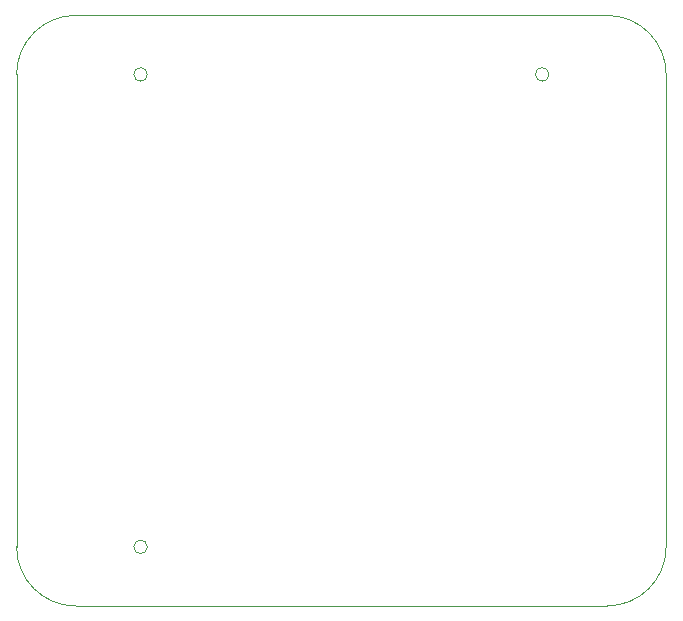
<source format=gbr>
%TF.GenerationSoftware,KiCad,Pcbnew,5.1.10-88a1d61d58~90~ubuntu20.04.1*%
%TF.CreationDate,2021-12-12T00:04:41-03:00*%
%TF.ProjectId,kicadproj,6b696361-6470-4726-9f6a-2e6b69636164,rev?*%
%TF.SameCoordinates,Original*%
%TF.FileFunction,Profile,NP*%
%FSLAX46Y46*%
G04 Gerber Fmt 4.6, Leading zero omitted, Abs format (unit mm)*
G04 Created by KiCad (PCBNEW 5.1.10-88a1d61d58~90~ubuntu20.04.1) date 2021-12-12 00:04:41*
%MOMM*%
%LPD*%
G01*
G04 APERTURE LIST*
%TA.AperFunction,Profile*%
%ADD10C,0.050000*%
%TD*%
G04 APERTURE END LIST*
D10*
X146576000Y-136000000D02*
G75*
G03*
X146576000Y-136000000I-576000J0D01*
G01*
X180576000Y-96000000D02*
G75*
G03*
X180576000Y-96000000I-576000J0D01*
G01*
X146576000Y-96000000D02*
G75*
G03*
X146576000Y-96000000I-576000J0D01*
G01*
X135500000Y-96000000D02*
G75*
G02*
X140500000Y-91000000I5000000J0D01*
G01*
X140500000Y-141000000D02*
G75*
G02*
X135500000Y-136000000I0J5000000D01*
G01*
X190500000Y-136000000D02*
G75*
G02*
X185500000Y-141000000I-5000000J0D01*
G01*
X185500000Y-91000000D02*
G75*
G02*
X190500000Y-96000000I0J-5000000D01*
G01*
X190500000Y-96000000D02*
X190500000Y-136000000D01*
X135500000Y-136000000D02*
X135500000Y-96000000D01*
X185500000Y-141000000D02*
X140500000Y-141000000D01*
X185500000Y-91000000D02*
X185500000Y-91000000D01*
X140500000Y-91000000D02*
X185500000Y-91000000D01*
M02*

</source>
